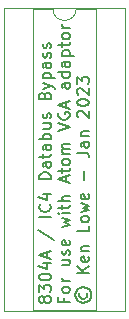
<source format=gbr>
%TF.GenerationSoftware,KiCad,Pcbnew,(6.0.9)*%
%TF.CreationDate,2023-01-16T13:28:43+00:00*%
%TF.ProjectId,Buffer_Bypass,42756666-6572-45f4-9279-706173732e6b,rev?*%
%TF.SameCoordinates,Original*%
%TF.FileFunction,Legend,Top*%
%TF.FilePolarity,Positive*%
%FSLAX46Y46*%
G04 Gerber Fmt 4.6, Leading zero omitted, Abs format (unit mm)*
G04 Created by KiCad (PCBNEW (6.0.9)) date 2023-01-16 13:28:43*
%MOMM*%
%LPD*%
G01*
G04 APERTURE LIST*
%ADD10C,0.150000*%
%ADD11C,0.120000*%
G04 APERTURE END LIST*
D10*
X118666952Y-88421547D02*
X118619333Y-88516785D01*
X118571714Y-88564404D01*
X118476476Y-88612023D01*
X118428857Y-88612023D01*
X118333619Y-88564404D01*
X118286000Y-88516785D01*
X118238380Y-88421547D01*
X118238380Y-88231071D01*
X118286000Y-88135833D01*
X118333619Y-88088214D01*
X118428857Y-88040595D01*
X118476476Y-88040595D01*
X118571714Y-88088214D01*
X118619333Y-88135833D01*
X118666952Y-88231071D01*
X118666952Y-88421547D01*
X118714571Y-88516785D01*
X118762190Y-88564404D01*
X118857428Y-88612023D01*
X119047904Y-88612023D01*
X119143142Y-88564404D01*
X119190761Y-88516785D01*
X119238380Y-88421547D01*
X119238380Y-88231071D01*
X119190761Y-88135833D01*
X119143142Y-88088214D01*
X119047904Y-88040595D01*
X118857428Y-88040595D01*
X118762190Y-88088214D01*
X118714571Y-88135833D01*
X118666952Y-88231071D01*
X118238380Y-87707261D02*
X118238380Y-87088214D01*
X118619333Y-87421547D01*
X118619333Y-87278690D01*
X118666952Y-87183452D01*
X118714571Y-87135833D01*
X118809809Y-87088214D01*
X119047904Y-87088214D01*
X119143142Y-87135833D01*
X119190761Y-87183452D01*
X119238380Y-87278690D01*
X119238380Y-87564404D01*
X119190761Y-87659642D01*
X119143142Y-87707261D01*
X118238380Y-86469166D02*
X118238380Y-86373928D01*
X118286000Y-86278690D01*
X118333619Y-86231071D01*
X118428857Y-86183452D01*
X118619333Y-86135833D01*
X118857428Y-86135833D01*
X119047904Y-86183452D01*
X119143142Y-86231071D01*
X119190761Y-86278690D01*
X119238380Y-86373928D01*
X119238380Y-86469166D01*
X119190761Y-86564404D01*
X119143142Y-86612023D01*
X119047904Y-86659642D01*
X118857428Y-86707261D01*
X118619333Y-86707261D01*
X118428857Y-86659642D01*
X118333619Y-86612023D01*
X118286000Y-86564404D01*
X118238380Y-86469166D01*
X118571714Y-85278690D02*
X119238380Y-85278690D01*
X118190761Y-85516785D02*
X118905047Y-85754880D01*
X118905047Y-85135833D01*
X118952666Y-84802500D02*
X118952666Y-84326309D01*
X119238380Y-84897738D02*
X118238380Y-84564404D01*
X119238380Y-84231071D01*
X118190761Y-82421547D02*
X119476476Y-83278690D01*
X119238380Y-81326309D02*
X118238380Y-81326309D01*
X119143142Y-80278690D02*
X119190761Y-80326309D01*
X119238380Y-80469166D01*
X119238380Y-80564404D01*
X119190761Y-80707261D01*
X119095523Y-80802500D01*
X119000285Y-80850119D01*
X118809809Y-80897738D01*
X118666952Y-80897738D01*
X118476476Y-80850119D01*
X118381238Y-80802500D01*
X118286000Y-80707261D01*
X118238380Y-80564404D01*
X118238380Y-80469166D01*
X118286000Y-80326309D01*
X118333619Y-80278690D01*
X118571714Y-79421547D02*
X119238380Y-79421547D01*
X118190761Y-79659642D02*
X118905047Y-79897738D01*
X118905047Y-79278690D01*
X119238380Y-78135833D02*
X118238380Y-78135833D01*
X118238380Y-77897738D01*
X118286000Y-77754880D01*
X118381238Y-77659642D01*
X118476476Y-77612023D01*
X118666952Y-77564404D01*
X118809809Y-77564404D01*
X119000285Y-77612023D01*
X119095523Y-77659642D01*
X119190761Y-77754880D01*
X119238380Y-77897738D01*
X119238380Y-78135833D01*
X119238380Y-76707261D02*
X118714571Y-76707261D01*
X118619333Y-76754880D01*
X118571714Y-76850119D01*
X118571714Y-77040595D01*
X118619333Y-77135833D01*
X119190761Y-76707261D02*
X119238380Y-76802500D01*
X119238380Y-77040595D01*
X119190761Y-77135833D01*
X119095523Y-77183452D01*
X119000285Y-77183452D01*
X118905047Y-77135833D01*
X118857428Y-77040595D01*
X118857428Y-76802500D01*
X118809809Y-76707261D01*
X118571714Y-76373928D02*
X118571714Y-75992976D01*
X118238380Y-76231071D02*
X119095523Y-76231071D01*
X119190761Y-76183452D01*
X119238380Y-76088214D01*
X119238380Y-75992976D01*
X119238380Y-75231071D02*
X118714571Y-75231071D01*
X118619333Y-75278690D01*
X118571714Y-75373928D01*
X118571714Y-75564404D01*
X118619333Y-75659642D01*
X119190761Y-75231071D02*
X119238380Y-75326309D01*
X119238380Y-75564404D01*
X119190761Y-75659642D01*
X119095523Y-75707261D01*
X119000285Y-75707261D01*
X118905047Y-75659642D01*
X118857428Y-75564404D01*
X118857428Y-75326309D01*
X118809809Y-75231071D01*
X119238380Y-74754880D02*
X118238380Y-74754880D01*
X118619333Y-74754880D02*
X118571714Y-74659642D01*
X118571714Y-74469166D01*
X118619333Y-74373928D01*
X118666952Y-74326309D01*
X118762190Y-74278690D01*
X119047904Y-74278690D01*
X119143142Y-74326309D01*
X119190761Y-74373928D01*
X119238380Y-74469166D01*
X119238380Y-74659642D01*
X119190761Y-74754880D01*
X118571714Y-73421547D02*
X119238380Y-73421547D01*
X118571714Y-73850119D02*
X119095523Y-73850119D01*
X119190761Y-73802500D01*
X119238380Y-73707261D01*
X119238380Y-73564404D01*
X119190761Y-73469166D01*
X119143142Y-73421547D01*
X119190761Y-72992976D02*
X119238380Y-72897738D01*
X119238380Y-72707261D01*
X119190761Y-72612023D01*
X119095523Y-72564404D01*
X119047904Y-72564404D01*
X118952666Y-72612023D01*
X118905047Y-72707261D01*
X118905047Y-72850119D01*
X118857428Y-72945357D01*
X118762190Y-72992976D01*
X118714571Y-72992976D01*
X118619333Y-72945357D01*
X118571714Y-72850119D01*
X118571714Y-72707261D01*
X118619333Y-72612023D01*
X118714571Y-71040595D02*
X118762190Y-70897738D01*
X118809809Y-70850119D01*
X118905047Y-70802500D01*
X119047904Y-70802500D01*
X119143142Y-70850119D01*
X119190761Y-70897738D01*
X119238380Y-70992976D01*
X119238380Y-71373928D01*
X118238380Y-71373928D01*
X118238380Y-71040595D01*
X118286000Y-70945357D01*
X118333619Y-70897738D01*
X118428857Y-70850119D01*
X118524095Y-70850119D01*
X118619333Y-70897738D01*
X118666952Y-70945357D01*
X118714571Y-71040595D01*
X118714571Y-71373928D01*
X118571714Y-70469166D02*
X119238380Y-70231071D01*
X118571714Y-69992976D02*
X119238380Y-70231071D01*
X119476476Y-70326309D01*
X119524095Y-70373928D01*
X119571714Y-70469166D01*
X118571714Y-69612023D02*
X119571714Y-69612023D01*
X118619333Y-69612023D02*
X118571714Y-69516785D01*
X118571714Y-69326309D01*
X118619333Y-69231071D01*
X118666952Y-69183452D01*
X118762190Y-69135833D01*
X119047904Y-69135833D01*
X119143142Y-69183452D01*
X119190761Y-69231071D01*
X119238380Y-69326309D01*
X119238380Y-69516785D01*
X119190761Y-69612023D01*
X119238380Y-68278690D02*
X118714571Y-68278690D01*
X118619333Y-68326309D01*
X118571714Y-68421547D01*
X118571714Y-68612023D01*
X118619333Y-68707261D01*
X119190761Y-68278690D02*
X119238380Y-68373928D01*
X119238380Y-68612023D01*
X119190761Y-68707261D01*
X119095523Y-68754880D01*
X119000285Y-68754880D01*
X118905047Y-68707261D01*
X118857428Y-68612023D01*
X118857428Y-68373928D01*
X118809809Y-68278690D01*
X119190761Y-67850119D02*
X119238380Y-67754880D01*
X119238380Y-67564404D01*
X119190761Y-67469166D01*
X119095523Y-67421547D01*
X119047904Y-67421547D01*
X118952666Y-67469166D01*
X118905047Y-67564404D01*
X118905047Y-67707261D01*
X118857428Y-67802500D01*
X118762190Y-67850119D01*
X118714571Y-67850119D01*
X118619333Y-67802500D01*
X118571714Y-67707261D01*
X118571714Y-67564404D01*
X118619333Y-67469166D01*
X119190761Y-67040595D02*
X119238380Y-66945357D01*
X119238380Y-66754880D01*
X119190761Y-66659642D01*
X119095523Y-66612023D01*
X119047904Y-66612023D01*
X118952666Y-66659642D01*
X118905047Y-66754880D01*
X118905047Y-66897738D01*
X118857428Y-66992976D01*
X118762190Y-67040595D01*
X118714571Y-67040595D01*
X118619333Y-66992976D01*
X118571714Y-66897738D01*
X118571714Y-66754880D01*
X118619333Y-66659642D01*
X120324571Y-88231071D02*
X120324571Y-88564404D01*
X120848380Y-88564404D02*
X119848380Y-88564404D01*
X119848380Y-88088214D01*
X120848380Y-87564404D02*
X120800761Y-87659642D01*
X120753142Y-87707261D01*
X120657904Y-87754880D01*
X120372190Y-87754880D01*
X120276952Y-87707261D01*
X120229333Y-87659642D01*
X120181714Y-87564404D01*
X120181714Y-87421547D01*
X120229333Y-87326309D01*
X120276952Y-87278690D01*
X120372190Y-87231071D01*
X120657904Y-87231071D01*
X120753142Y-87278690D01*
X120800761Y-87326309D01*
X120848380Y-87421547D01*
X120848380Y-87564404D01*
X120848380Y-86802500D02*
X120181714Y-86802500D01*
X120372190Y-86802500D02*
X120276952Y-86754880D01*
X120229333Y-86707261D01*
X120181714Y-86612023D01*
X120181714Y-86516785D01*
X120181714Y-84992976D02*
X120848380Y-84992976D01*
X120181714Y-85421547D02*
X120705523Y-85421547D01*
X120800761Y-85373928D01*
X120848380Y-85278690D01*
X120848380Y-85135833D01*
X120800761Y-85040595D01*
X120753142Y-84992976D01*
X120800761Y-84564404D02*
X120848380Y-84469166D01*
X120848380Y-84278690D01*
X120800761Y-84183452D01*
X120705523Y-84135833D01*
X120657904Y-84135833D01*
X120562666Y-84183452D01*
X120515047Y-84278690D01*
X120515047Y-84421547D01*
X120467428Y-84516785D01*
X120372190Y-84564404D01*
X120324571Y-84564404D01*
X120229333Y-84516785D01*
X120181714Y-84421547D01*
X120181714Y-84278690D01*
X120229333Y-84183452D01*
X120800761Y-83326309D02*
X120848380Y-83421547D01*
X120848380Y-83612023D01*
X120800761Y-83707261D01*
X120705523Y-83754880D01*
X120324571Y-83754880D01*
X120229333Y-83707261D01*
X120181714Y-83612023D01*
X120181714Y-83421547D01*
X120229333Y-83326309D01*
X120324571Y-83278690D01*
X120419809Y-83278690D01*
X120515047Y-83754880D01*
X120181714Y-82183452D02*
X120848380Y-81992976D01*
X120372190Y-81802500D01*
X120848380Y-81612023D01*
X120181714Y-81421547D01*
X120848380Y-81040595D02*
X120181714Y-81040595D01*
X119848380Y-81040595D02*
X119896000Y-81088214D01*
X119943619Y-81040595D01*
X119896000Y-80992976D01*
X119848380Y-81040595D01*
X119943619Y-81040595D01*
X120181714Y-80707261D02*
X120181714Y-80326309D01*
X119848380Y-80564404D02*
X120705523Y-80564404D01*
X120800761Y-80516785D01*
X120848380Y-80421547D01*
X120848380Y-80326309D01*
X120848380Y-79992976D02*
X119848380Y-79992976D01*
X120848380Y-79564404D02*
X120324571Y-79564404D01*
X120229333Y-79612023D01*
X120181714Y-79707261D01*
X120181714Y-79850119D01*
X120229333Y-79945357D01*
X120276952Y-79992976D01*
X120562666Y-78373928D02*
X120562666Y-77897738D01*
X120848380Y-78469166D02*
X119848380Y-78135833D01*
X120848380Y-77802500D01*
X120181714Y-77612023D02*
X120181714Y-77231071D01*
X119848380Y-77469166D02*
X120705523Y-77469166D01*
X120800761Y-77421547D01*
X120848380Y-77326309D01*
X120848380Y-77231071D01*
X120848380Y-76754880D02*
X120800761Y-76850119D01*
X120753142Y-76897738D01*
X120657904Y-76945357D01*
X120372190Y-76945357D01*
X120276952Y-76897738D01*
X120229333Y-76850119D01*
X120181714Y-76754880D01*
X120181714Y-76612023D01*
X120229333Y-76516785D01*
X120276952Y-76469166D01*
X120372190Y-76421547D01*
X120657904Y-76421547D01*
X120753142Y-76469166D01*
X120800761Y-76516785D01*
X120848380Y-76612023D01*
X120848380Y-76754880D01*
X120848380Y-75992976D02*
X120181714Y-75992976D01*
X120276952Y-75992976D02*
X120229333Y-75945357D01*
X120181714Y-75850119D01*
X120181714Y-75707261D01*
X120229333Y-75612023D01*
X120324571Y-75564404D01*
X120848380Y-75564404D01*
X120324571Y-75564404D02*
X120229333Y-75516785D01*
X120181714Y-75421547D01*
X120181714Y-75278690D01*
X120229333Y-75183452D01*
X120324571Y-75135833D01*
X120848380Y-75135833D01*
X119848380Y-74040595D02*
X120848380Y-73707261D01*
X119848380Y-73373928D01*
X119896000Y-72516785D02*
X119848380Y-72612023D01*
X119848380Y-72754880D01*
X119896000Y-72897738D01*
X119991238Y-72992976D01*
X120086476Y-73040595D01*
X120276952Y-73088214D01*
X120419809Y-73088214D01*
X120610285Y-73040595D01*
X120705523Y-72992976D01*
X120800761Y-72897738D01*
X120848380Y-72754880D01*
X120848380Y-72659642D01*
X120800761Y-72516785D01*
X120753142Y-72469166D01*
X120419809Y-72469166D01*
X120419809Y-72659642D01*
X120562666Y-72088214D02*
X120562666Y-71612023D01*
X120848380Y-72183452D02*
X119848380Y-71850119D01*
X120848380Y-71516785D01*
X120848380Y-69992976D02*
X120324571Y-69992976D01*
X120229333Y-70040595D01*
X120181714Y-70135833D01*
X120181714Y-70326309D01*
X120229333Y-70421547D01*
X120800761Y-69992976D02*
X120848380Y-70088214D01*
X120848380Y-70326309D01*
X120800761Y-70421547D01*
X120705523Y-70469166D01*
X120610285Y-70469166D01*
X120515047Y-70421547D01*
X120467428Y-70326309D01*
X120467428Y-70088214D01*
X120419809Y-69992976D01*
X120848380Y-69088214D02*
X119848380Y-69088214D01*
X120800761Y-69088214D02*
X120848380Y-69183452D01*
X120848380Y-69373928D01*
X120800761Y-69469166D01*
X120753142Y-69516785D01*
X120657904Y-69564404D01*
X120372190Y-69564404D01*
X120276952Y-69516785D01*
X120229333Y-69469166D01*
X120181714Y-69373928D01*
X120181714Y-69183452D01*
X120229333Y-69088214D01*
X120848380Y-68183452D02*
X120324571Y-68183452D01*
X120229333Y-68231071D01*
X120181714Y-68326309D01*
X120181714Y-68516785D01*
X120229333Y-68612023D01*
X120800761Y-68183452D02*
X120848380Y-68278690D01*
X120848380Y-68516785D01*
X120800761Y-68612023D01*
X120705523Y-68659642D01*
X120610285Y-68659642D01*
X120515047Y-68612023D01*
X120467428Y-68516785D01*
X120467428Y-68278690D01*
X120419809Y-68183452D01*
X120181714Y-67707261D02*
X121181714Y-67707261D01*
X120229333Y-67707261D02*
X120181714Y-67612023D01*
X120181714Y-67421547D01*
X120229333Y-67326309D01*
X120276952Y-67278690D01*
X120372190Y-67231071D01*
X120657904Y-67231071D01*
X120753142Y-67278690D01*
X120800761Y-67326309D01*
X120848380Y-67421547D01*
X120848380Y-67612023D01*
X120800761Y-67707261D01*
X120181714Y-66945357D02*
X120181714Y-66564404D01*
X119848380Y-66802500D02*
X120705523Y-66802500D01*
X120800761Y-66754880D01*
X120848380Y-66659642D01*
X120848380Y-66564404D01*
X120848380Y-66088214D02*
X120800761Y-66183452D01*
X120753142Y-66231071D01*
X120657904Y-66278690D01*
X120372190Y-66278690D01*
X120276952Y-66231071D01*
X120229333Y-66183452D01*
X120181714Y-66088214D01*
X120181714Y-65945357D01*
X120229333Y-65850119D01*
X120276952Y-65802500D01*
X120372190Y-65754880D01*
X120657904Y-65754880D01*
X120753142Y-65802500D01*
X120800761Y-65850119D01*
X120848380Y-65945357D01*
X120848380Y-66088214D01*
X120848380Y-65326309D02*
X120181714Y-65326309D01*
X120372190Y-65326309D02*
X120276952Y-65278690D01*
X120229333Y-65231071D01*
X120181714Y-65135833D01*
X120181714Y-65040595D01*
X121696476Y-87754880D02*
X121648857Y-87850119D01*
X121648857Y-88040595D01*
X121696476Y-88135833D01*
X121791714Y-88231071D01*
X121886952Y-88278690D01*
X122077428Y-88278690D01*
X122172666Y-88231071D01*
X122267904Y-88135833D01*
X122315523Y-88040595D01*
X122315523Y-87850119D01*
X122267904Y-87754880D01*
X121315523Y-87945357D02*
X121363142Y-88183452D01*
X121506000Y-88421547D01*
X121744095Y-88564404D01*
X121982190Y-88612023D01*
X122220285Y-88564404D01*
X122458380Y-88421547D01*
X122601238Y-88183452D01*
X122648857Y-87945357D01*
X122601238Y-87707261D01*
X122458380Y-87469166D01*
X122220285Y-87326309D01*
X121982190Y-87278690D01*
X121744095Y-87326309D01*
X121506000Y-87469166D01*
X121363142Y-87707261D01*
X121315523Y-87945357D01*
X122458380Y-86088214D02*
X121458380Y-86088214D01*
X122458380Y-85516785D02*
X121886952Y-85945357D01*
X121458380Y-85516785D02*
X122029809Y-86088214D01*
X122410761Y-84707261D02*
X122458380Y-84802500D01*
X122458380Y-84992976D01*
X122410761Y-85088214D01*
X122315523Y-85135833D01*
X121934571Y-85135833D01*
X121839333Y-85088214D01*
X121791714Y-84992976D01*
X121791714Y-84802500D01*
X121839333Y-84707261D01*
X121934571Y-84659642D01*
X122029809Y-84659642D01*
X122125047Y-85135833D01*
X121791714Y-84231071D02*
X122458380Y-84231071D01*
X121886952Y-84231071D02*
X121839333Y-84183452D01*
X121791714Y-84088214D01*
X121791714Y-83945357D01*
X121839333Y-83850119D01*
X121934571Y-83802500D01*
X122458380Y-83802500D01*
X122458380Y-82088214D02*
X122458380Y-82564404D01*
X121458380Y-82564404D01*
X122458380Y-81612023D02*
X122410761Y-81707261D01*
X122363142Y-81754880D01*
X122267904Y-81802500D01*
X121982190Y-81802500D01*
X121886952Y-81754880D01*
X121839333Y-81707261D01*
X121791714Y-81612023D01*
X121791714Y-81469166D01*
X121839333Y-81373928D01*
X121886952Y-81326309D01*
X121982190Y-81278690D01*
X122267904Y-81278690D01*
X122363142Y-81326309D01*
X122410761Y-81373928D01*
X122458380Y-81469166D01*
X122458380Y-81612023D01*
X121791714Y-80945357D02*
X122458380Y-80754880D01*
X121982190Y-80564404D01*
X122458380Y-80373928D01*
X121791714Y-80183452D01*
X122410761Y-79421547D02*
X122458380Y-79516785D01*
X122458380Y-79707261D01*
X122410761Y-79802500D01*
X122315523Y-79850119D01*
X121934571Y-79850119D01*
X121839333Y-79802500D01*
X121791714Y-79707261D01*
X121791714Y-79516785D01*
X121839333Y-79421547D01*
X121934571Y-79373928D01*
X122029809Y-79373928D01*
X122125047Y-79850119D01*
X122077428Y-78183452D02*
X122077428Y-77421547D01*
X121458380Y-75897738D02*
X122172666Y-75897738D01*
X122315523Y-75945357D01*
X122410761Y-76040595D01*
X122458380Y-76183452D01*
X122458380Y-76278690D01*
X122458380Y-74992976D02*
X121934571Y-74992976D01*
X121839333Y-75040595D01*
X121791714Y-75135833D01*
X121791714Y-75326309D01*
X121839333Y-75421547D01*
X122410761Y-74992976D02*
X122458380Y-75088214D01*
X122458380Y-75326309D01*
X122410761Y-75421547D01*
X122315523Y-75469166D01*
X122220285Y-75469166D01*
X122125047Y-75421547D01*
X122077428Y-75326309D01*
X122077428Y-75088214D01*
X122029809Y-74992976D01*
X121791714Y-74516785D02*
X122458380Y-74516785D01*
X121886952Y-74516785D02*
X121839333Y-74469166D01*
X121791714Y-74373928D01*
X121791714Y-74231071D01*
X121839333Y-74135833D01*
X121934571Y-74088214D01*
X122458380Y-74088214D01*
X121553619Y-72897738D02*
X121506000Y-72850119D01*
X121458380Y-72754880D01*
X121458380Y-72516785D01*
X121506000Y-72421547D01*
X121553619Y-72373928D01*
X121648857Y-72326309D01*
X121744095Y-72326309D01*
X121886952Y-72373928D01*
X122458380Y-72945357D01*
X122458380Y-72326309D01*
X121458380Y-71707261D02*
X121458380Y-71612023D01*
X121506000Y-71516785D01*
X121553619Y-71469166D01*
X121648857Y-71421547D01*
X121839333Y-71373928D01*
X122077428Y-71373928D01*
X122267904Y-71421547D01*
X122363142Y-71469166D01*
X122410761Y-71516785D01*
X122458380Y-71612023D01*
X122458380Y-71707261D01*
X122410761Y-71802500D01*
X122363142Y-71850119D01*
X122267904Y-71897738D01*
X122077428Y-71945357D01*
X121839333Y-71945357D01*
X121648857Y-71897738D01*
X121553619Y-71850119D01*
X121506000Y-71802500D01*
X121458380Y-71707261D01*
X121553619Y-70992976D02*
X121506000Y-70945357D01*
X121458380Y-70850119D01*
X121458380Y-70612023D01*
X121506000Y-70516785D01*
X121553619Y-70469166D01*
X121648857Y-70421547D01*
X121744095Y-70421547D01*
X121886952Y-70469166D01*
X122458380Y-71040595D01*
X122458380Y-70421547D01*
X121458380Y-70088214D02*
X121458380Y-69469166D01*
X121839333Y-69802500D01*
X121839333Y-69659642D01*
X121886952Y-69564404D01*
X121934571Y-69516785D01*
X122029809Y-69469166D01*
X122267904Y-69469166D01*
X122363142Y-69516785D01*
X122410761Y-69564404D01*
X122458380Y-69659642D01*
X122458380Y-69945357D01*
X122410761Y-70040595D01*
X122363142Y-70088214D01*
D11*
%TO.C,U1*%
X123046000Y-89214000D02*
X123046000Y-63694000D01*
X125536000Y-89274000D02*
X125536000Y-63634000D01*
X125536000Y-63634000D02*
X115256000Y-63634000D01*
X123046000Y-63694000D02*
X121396000Y-63694000D01*
X117746000Y-89214000D02*
X123046000Y-89214000D01*
X119396000Y-63694000D02*
X117746000Y-63694000D01*
X117746000Y-63694000D02*
X117746000Y-89214000D01*
X115256000Y-89274000D02*
X125536000Y-89274000D01*
X115256000Y-63634000D02*
X115256000Y-89274000D01*
X119396000Y-63694000D02*
G75*
G03*
X121396000Y-63694000I1000000J0D01*
G01*
%TD*%
M02*

</source>
